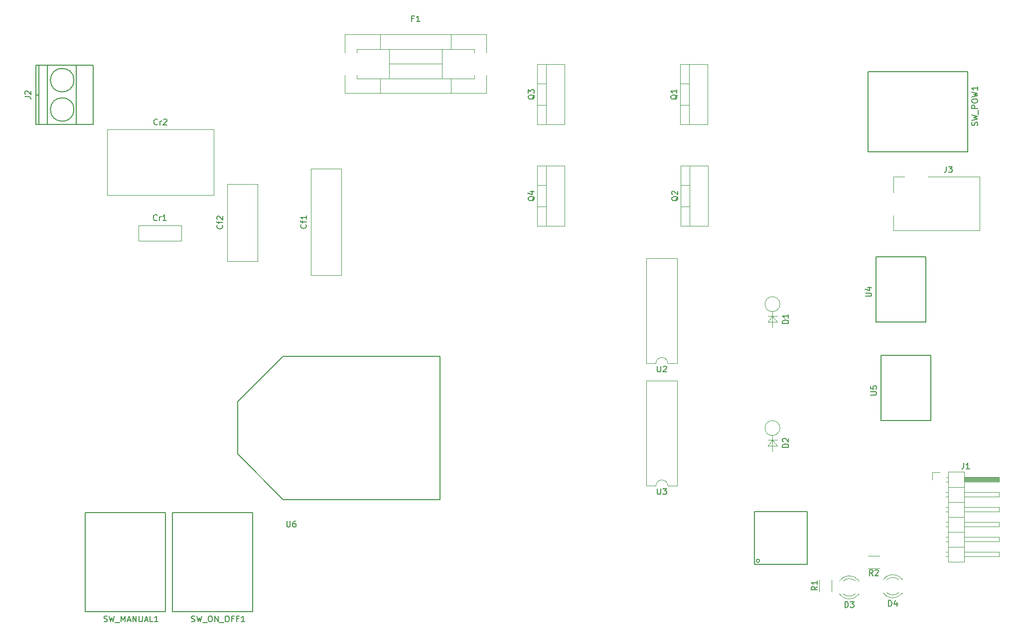
<source format=gbr>
G04 #@! TF.FileFunction,Legend,Top*
%FSLAX46Y46*%
G04 Gerber Fmt 4.6, Leading zero omitted, Abs format (unit mm)*
G04 Created by KiCad (PCBNEW 4.0.6) date 10/19/17 19:30:53*
%MOMM*%
%LPD*%
G01*
G04 APERTURE LIST*
%ADD10C,0.100000*%
%ADD11C,0.120000*%
%ADD12C,0.150000*%
G04 APERTURE END LIST*
D10*
D11*
X133203000Y-89190000D02*
X133203000Y-71070000D01*
X138323000Y-89190000D02*
X138323000Y-71070000D01*
X133203000Y-89190000D02*
X138323000Y-89190000D01*
X133203000Y-71070000D02*
X138323000Y-71070000D01*
X118979000Y-86777000D02*
X118979000Y-73657000D01*
X124099000Y-86777000D02*
X124099000Y-73657000D01*
X118979000Y-86777000D02*
X124099000Y-86777000D01*
X118979000Y-73657000D02*
X124099000Y-73657000D01*
X98516000Y-64417000D02*
X116636000Y-64417000D01*
X98516000Y-75537000D02*
X116636000Y-75537000D01*
X98516000Y-64417000D02*
X98516000Y-75537000D01*
X116636000Y-64417000D02*
X116636000Y-75537000D01*
X211582000Y-95373371D02*
X211582000Y-98087000D01*
X212382000Y-96113667D02*
X210782000Y-96113667D01*
X211582000Y-96113667D02*
X212382000Y-97180333D01*
X212382000Y-97180333D02*
X210782000Y-97180333D01*
X210782000Y-97180333D02*
X211582000Y-96113667D01*
X212848371Y-94107000D02*
G75*
G03X212848371Y-94107000I-1266371J0D01*
G01*
X211582000Y-116455371D02*
X211582000Y-119169000D01*
X212382000Y-117195667D02*
X210782000Y-117195667D01*
X211582000Y-117195667D02*
X212382000Y-118262333D01*
X212382000Y-118262333D02*
X210782000Y-118262333D01*
X210782000Y-118262333D02*
X211582000Y-117195667D01*
X212848371Y-115189000D02*
G75*
G03X212848371Y-115189000I-1266371J0D01*
G01*
X241470000Y-122622000D02*
X241470000Y-137982000D01*
X241470000Y-137982000D02*
X244130000Y-137982000D01*
X244130000Y-137982000D02*
X244130000Y-122622000D01*
X244130000Y-122622000D02*
X241470000Y-122622000D01*
X244130000Y-123572000D02*
X250130000Y-123572000D01*
X250130000Y-123572000D02*
X250130000Y-124332000D01*
X250130000Y-124332000D02*
X244130000Y-124332000D01*
X244130000Y-123632000D02*
X250130000Y-123632000D01*
X244130000Y-123752000D02*
X250130000Y-123752000D01*
X244130000Y-123872000D02*
X250130000Y-123872000D01*
X244130000Y-123992000D02*
X250130000Y-123992000D01*
X244130000Y-124112000D02*
X250130000Y-124112000D01*
X244130000Y-124232000D02*
X250130000Y-124232000D01*
X241140000Y-123572000D02*
X241470000Y-123572000D01*
X241140000Y-124332000D02*
X241470000Y-124332000D01*
X241470000Y-125222000D02*
X244130000Y-125222000D01*
X244130000Y-126112000D02*
X250130000Y-126112000D01*
X250130000Y-126112000D02*
X250130000Y-126872000D01*
X250130000Y-126872000D02*
X244130000Y-126872000D01*
X241072929Y-126112000D02*
X241470000Y-126112000D01*
X241072929Y-126872000D02*
X241470000Y-126872000D01*
X241470000Y-127762000D02*
X244130000Y-127762000D01*
X244130000Y-128652000D02*
X250130000Y-128652000D01*
X250130000Y-128652000D02*
X250130000Y-129412000D01*
X250130000Y-129412000D02*
X244130000Y-129412000D01*
X241072929Y-128652000D02*
X241470000Y-128652000D01*
X241072929Y-129412000D02*
X241470000Y-129412000D01*
X241470000Y-130302000D02*
X244130000Y-130302000D01*
X244130000Y-131192000D02*
X250130000Y-131192000D01*
X250130000Y-131192000D02*
X250130000Y-131952000D01*
X250130000Y-131952000D02*
X244130000Y-131952000D01*
X241072929Y-131192000D02*
X241470000Y-131192000D01*
X241072929Y-131952000D02*
X241470000Y-131952000D01*
X241470000Y-132842000D02*
X244130000Y-132842000D01*
X244130000Y-133732000D02*
X250130000Y-133732000D01*
X250130000Y-133732000D02*
X250130000Y-134492000D01*
X250130000Y-134492000D02*
X244130000Y-134492000D01*
X241072929Y-133732000D02*
X241470000Y-133732000D01*
X241072929Y-134492000D02*
X241470000Y-134492000D01*
X241470000Y-135382000D02*
X244130000Y-135382000D01*
X244130000Y-136272000D02*
X250130000Y-136272000D01*
X250130000Y-136272000D02*
X250130000Y-137032000D01*
X250130000Y-137032000D02*
X244130000Y-137032000D01*
X241072929Y-136272000D02*
X241470000Y-136272000D01*
X241072929Y-137032000D02*
X241470000Y-137032000D01*
X238760000Y-123952000D02*
X238760000Y-122682000D01*
X238760000Y-122682000D02*
X240030000Y-122682000D01*
D12*
X86900000Y-58500000D02*
X86400000Y-58500000D01*
X92900000Y-61000000D02*
G75*
G03X92900000Y-61000000I-2000000J0D01*
G01*
X92900000Y-56000000D02*
G75*
G03X92900000Y-56000000I-2000000J0D01*
G01*
X88400000Y-53500000D02*
X88400000Y-63500000D01*
X93300000Y-53500000D02*
X93300000Y-63500000D01*
X86900000Y-53500000D02*
X86900000Y-63500000D01*
X86400000Y-53500000D02*
X86400000Y-63500000D01*
X86400000Y-63500000D02*
X96200000Y-63500000D01*
X96200000Y-63500000D02*
X96200000Y-53500000D01*
X96200000Y-53500000D02*
X86400000Y-53500000D01*
D11*
X195881000Y-63540000D02*
X195881000Y-53300000D01*
X200522000Y-63540000D02*
X200522000Y-53300000D01*
X195881000Y-63540000D02*
X200522000Y-63540000D01*
X195881000Y-53300000D02*
X200522000Y-53300000D01*
X197391000Y-63540000D02*
X197391000Y-53300000D01*
X195881000Y-60270000D02*
X197391000Y-60270000D01*
X195881000Y-56569000D02*
X197391000Y-56569000D01*
X196008000Y-80812000D02*
X196008000Y-70572000D01*
X200649000Y-80812000D02*
X200649000Y-70572000D01*
X196008000Y-80812000D02*
X200649000Y-80812000D01*
X196008000Y-70572000D02*
X200649000Y-70572000D01*
X197518000Y-80812000D02*
X197518000Y-70572000D01*
X196008000Y-77542000D02*
X197518000Y-77542000D01*
X196008000Y-73841000D02*
X197518000Y-73841000D01*
X171624000Y-63540000D02*
X171624000Y-53300000D01*
X176265000Y-63540000D02*
X176265000Y-53300000D01*
X171624000Y-63540000D02*
X176265000Y-63540000D01*
X171624000Y-53300000D02*
X176265000Y-53300000D01*
X173134000Y-63540000D02*
X173134000Y-53300000D01*
X171624000Y-60270000D02*
X173134000Y-60270000D01*
X171624000Y-56569000D02*
X173134000Y-56569000D01*
X171624000Y-80812000D02*
X171624000Y-70572000D01*
X176265000Y-80812000D02*
X176265000Y-70572000D01*
X171624000Y-80812000D02*
X176265000Y-80812000D01*
X171624000Y-70572000D02*
X176265000Y-70572000D01*
X173134000Y-80812000D02*
X173134000Y-70572000D01*
X171624000Y-77542000D02*
X173134000Y-77542000D01*
X171624000Y-73841000D02*
X173134000Y-73841000D01*
D12*
X209398843Y-137773000D02*
G75*
G03X209398843Y-137773000I-282843J0D01*
G01*
X208516000Y-138373000D02*
X208516000Y-129373000D01*
X208516000Y-129373000D02*
X217516000Y-129373000D01*
X217516000Y-129373000D02*
X217516000Y-138373000D01*
X217516000Y-138373000D02*
X208516000Y-138373000D01*
D11*
X191786000Y-104200000D02*
G75*
G02X193786000Y-104200000I1000000J0D01*
G01*
X193786000Y-104200000D02*
X195436000Y-104200000D01*
X195436000Y-104200000D02*
X195436000Y-86300000D01*
X195436000Y-86300000D02*
X190136000Y-86300000D01*
X190136000Y-86300000D02*
X190136000Y-104200000D01*
X190136000Y-104200000D02*
X191786000Y-104200000D01*
X191786000Y-125028000D02*
G75*
G02X193786000Y-125028000I1000000J0D01*
G01*
X193786000Y-125028000D02*
X195436000Y-125028000D01*
X195436000Y-125028000D02*
X195436000Y-107128000D01*
X195436000Y-107128000D02*
X190136000Y-107128000D01*
X190136000Y-107128000D02*
X190136000Y-125028000D01*
X190136000Y-125028000D02*
X191786000Y-125028000D01*
D12*
X229140000Y-86022000D02*
X229140000Y-97182000D01*
X229140000Y-97182000D02*
X237640000Y-97182000D01*
X237640000Y-97182000D02*
X237640000Y-86022000D01*
X237640000Y-86022000D02*
X229140000Y-86022000D01*
X230000000Y-102790000D02*
X230000000Y-113950000D01*
X230000000Y-113950000D02*
X238500000Y-113950000D01*
X238500000Y-113950000D02*
X238500000Y-102790000D01*
X238500000Y-102790000D02*
X230000000Y-102790000D01*
X227841000Y-68158000D02*
X227841000Y-54569000D01*
X227841000Y-54569000D02*
X244732000Y-54569000D01*
X244732000Y-54569000D02*
X244732000Y-68158000D01*
X244732000Y-68158000D02*
X227841000Y-68158000D01*
D11*
X144954000Y-50713000D02*
X144954000Y-48213000D01*
X144954000Y-58213000D02*
X144954000Y-55713000D01*
X156954000Y-58213000D02*
X156954000Y-55713000D01*
X156954000Y-48213000D02*
X156954000Y-50713000D01*
X146454000Y-53213000D02*
X155454000Y-53213000D01*
X146454000Y-50713000D02*
X146454000Y-55713000D01*
X155454000Y-50713000D02*
X155454000Y-55713000D01*
X160954000Y-51313000D02*
X160954000Y-50713000D01*
X140954000Y-55113000D02*
X140954000Y-55713000D01*
X140954000Y-55713000D02*
X160954000Y-55713000D01*
X160954000Y-55713000D02*
X160954000Y-55113000D01*
X160954000Y-50713000D02*
X140954000Y-50713000D01*
X140954000Y-50713000D02*
X140954000Y-51313000D01*
X162954000Y-51313000D02*
X162954000Y-48213000D01*
X138954000Y-55113000D02*
X138954000Y-58213000D01*
X138954000Y-58213000D02*
X162954000Y-58213000D01*
X162954000Y-58213000D02*
X162954000Y-55113000D01*
X162954000Y-48213000D02*
X138954000Y-48213000D01*
X138954000Y-48213000D02*
X138954000Y-51313000D01*
X238000000Y-72400000D02*
X246800000Y-72400000D01*
X246800000Y-72400000D02*
X246800000Y-81600000D01*
X232100000Y-75100000D02*
X232100000Y-72400000D01*
X232100000Y-72400000D02*
X234000000Y-72400000D01*
X246800000Y-81600000D02*
X232100000Y-81600000D01*
X232100000Y-81600000D02*
X232100000Y-79000000D01*
X103840000Y-80690000D02*
X111160000Y-80690000D01*
X103840000Y-83310000D02*
X111160000Y-83310000D01*
X103840000Y-80690000D02*
X103840000Y-83310000D01*
X111160000Y-80690000D02*
X111160000Y-83310000D01*
D12*
X94842000Y-129541000D02*
X108431000Y-129541000D01*
X108431000Y-129541000D02*
X108431000Y-146432000D01*
X108431000Y-146432000D02*
X94842000Y-146432000D01*
X94842000Y-146432000D02*
X94842000Y-129541000D01*
X109642000Y-129541000D02*
X123231000Y-129541000D01*
X123231000Y-129541000D02*
X123231000Y-146432000D01*
X123231000Y-146432000D02*
X109642000Y-146432000D01*
X109642000Y-146432000D02*
X109642000Y-129541000D01*
X120680000Y-119620000D02*
X120680000Y-110720000D01*
X128430000Y-102970000D02*
X120680000Y-110720000D01*
X128430000Y-127370000D02*
X120680000Y-119620000D01*
X155100000Y-127370000D02*
X155100000Y-102970000D01*
X155100000Y-102970000D02*
X128430000Y-102970000D01*
X128430000Y-127370000D02*
X155100000Y-127370000D01*
D11*
X222957665Y-143378608D02*
G75*
G03X226190000Y-143535516I1672335J1078608D01*
G01*
X222957665Y-141221392D02*
G75*
G02X226190000Y-141064484I1672335J-1078608D01*
G01*
X223588870Y-143379837D02*
G75*
G03X225670961Y-143380000I1041130J1079837D01*
G01*
X223588870Y-141220163D02*
G75*
G02X225670961Y-141220000I1041130J-1079837D01*
G01*
X226190000Y-143536000D02*
X226190000Y-143380000D01*
X226190000Y-141220000D02*
X226190000Y-141064000D01*
X230357665Y-143178608D02*
G75*
G03X233590000Y-143335516I1672335J1078608D01*
G01*
X230357665Y-141021392D02*
G75*
G02X233590000Y-140864484I1672335J-1078608D01*
G01*
X230988870Y-143179837D02*
G75*
G03X233070961Y-143180000I1041130J1079837D01*
G01*
X230988870Y-141020163D02*
G75*
G02X233070961Y-141020000I1041130J-1079837D01*
G01*
X233590000Y-143336000D02*
X233590000Y-143180000D01*
X233590000Y-141020000D02*
X233590000Y-140864000D01*
X221670000Y-141000000D02*
X221670000Y-143000000D01*
X219530000Y-143000000D02*
X219530000Y-141000000D01*
X227800000Y-136930000D02*
X229800000Y-136930000D01*
X229800000Y-139070000D02*
X227800000Y-139070000D01*
D12*
X132310143Y-80582381D02*
X132357762Y-80630000D01*
X132405381Y-80772857D01*
X132405381Y-80868095D01*
X132357762Y-81010953D01*
X132262524Y-81106191D01*
X132167286Y-81153810D01*
X131976810Y-81201429D01*
X131833952Y-81201429D01*
X131643476Y-81153810D01*
X131548238Y-81106191D01*
X131453000Y-81010953D01*
X131405381Y-80868095D01*
X131405381Y-80772857D01*
X131453000Y-80630000D01*
X131500619Y-80582381D01*
X131738714Y-80296667D02*
X131738714Y-79915715D01*
X132405381Y-80153810D02*
X131548238Y-80153810D01*
X131453000Y-80106191D01*
X131405381Y-80010953D01*
X131405381Y-79915715D01*
X132405381Y-79058571D02*
X132405381Y-79630000D01*
X132405381Y-79344286D02*
X131405381Y-79344286D01*
X131548238Y-79439524D01*
X131643476Y-79534762D01*
X131691095Y-79630000D01*
X118086143Y-80669381D02*
X118133762Y-80717000D01*
X118181381Y-80859857D01*
X118181381Y-80955095D01*
X118133762Y-81097953D01*
X118038524Y-81193191D01*
X117943286Y-81240810D01*
X117752810Y-81288429D01*
X117609952Y-81288429D01*
X117419476Y-81240810D01*
X117324238Y-81193191D01*
X117229000Y-81097953D01*
X117181381Y-80955095D01*
X117181381Y-80859857D01*
X117229000Y-80717000D01*
X117276619Y-80669381D01*
X117514714Y-80383667D02*
X117514714Y-80002715D01*
X118181381Y-80240810D02*
X117324238Y-80240810D01*
X117229000Y-80193191D01*
X117181381Y-80097953D01*
X117181381Y-80002715D01*
X117276619Y-79717000D02*
X117229000Y-79669381D01*
X117181381Y-79574143D01*
X117181381Y-79336047D01*
X117229000Y-79240809D01*
X117276619Y-79193190D01*
X117371857Y-79145571D01*
X117467095Y-79145571D01*
X117609952Y-79193190D01*
X118181381Y-79764619D01*
X118181381Y-79145571D01*
X107099810Y-63524143D02*
X107052191Y-63571762D01*
X106909334Y-63619381D01*
X106814096Y-63619381D01*
X106671238Y-63571762D01*
X106576000Y-63476524D01*
X106528381Y-63381286D01*
X106480762Y-63190810D01*
X106480762Y-63047952D01*
X106528381Y-62857476D01*
X106576000Y-62762238D01*
X106671238Y-62667000D01*
X106814096Y-62619381D01*
X106909334Y-62619381D01*
X107052191Y-62667000D01*
X107099810Y-62714619D01*
X107528381Y-63619381D02*
X107528381Y-62952714D01*
X107528381Y-63143190D02*
X107576000Y-63047952D01*
X107623619Y-63000333D01*
X107718857Y-62952714D01*
X107814096Y-62952714D01*
X108099810Y-62714619D02*
X108147429Y-62667000D01*
X108242667Y-62619381D01*
X108480763Y-62619381D01*
X108576001Y-62667000D01*
X108623620Y-62714619D01*
X108671239Y-62809857D01*
X108671239Y-62905095D01*
X108623620Y-63047952D01*
X108052191Y-63619381D01*
X108671239Y-63619381D01*
X214300752Y-97385095D02*
X213300752Y-97385095D01*
X213300752Y-97147000D01*
X213348371Y-97004142D01*
X213443609Y-96908904D01*
X213538847Y-96861285D01*
X213729323Y-96813666D01*
X213872181Y-96813666D01*
X214062657Y-96861285D01*
X214157895Y-96908904D01*
X214253133Y-97004142D01*
X214300752Y-97147000D01*
X214300752Y-97385095D01*
X214300752Y-95861285D02*
X214300752Y-96432714D01*
X214300752Y-96147000D02*
X213300752Y-96147000D01*
X213443609Y-96242238D01*
X213538847Y-96337476D01*
X213586466Y-96432714D01*
X214300752Y-118467095D02*
X213300752Y-118467095D01*
X213300752Y-118229000D01*
X213348371Y-118086142D01*
X213443609Y-117990904D01*
X213538847Y-117943285D01*
X213729323Y-117895666D01*
X213872181Y-117895666D01*
X214062657Y-117943285D01*
X214157895Y-117990904D01*
X214253133Y-118086142D01*
X214300752Y-118229000D01*
X214300752Y-118467095D01*
X213395990Y-117514714D02*
X213348371Y-117467095D01*
X213300752Y-117371857D01*
X213300752Y-117133761D01*
X213348371Y-117038523D01*
X213395990Y-116990904D01*
X213491228Y-116943285D01*
X213586466Y-116943285D01*
X213729323Y-116990904D01*
X214300752Y-117562333D01*
X214300752Y-116943285D01*
X244081667Y-121134381D02*
X244081667Y-121848667D01*
X244034047Y-121991524D01*
X243938809Y-122086762D01*
X243795952Y-122134381D01*
X243700714Y-122134381D01*
X245081667Y-122134381D02*
X244510238Y-122134381D01*
X244795952Y-122134381D02*
X244795952Y-121134381D01*
X244700714Y-121277238D01*
X244605476Y-121372476D01*
X244510238Y-121420095D01*
X84552381Y-58833333D02*
X85266667Y-58833333D01*
X85409524Y-58880953D01*
X85504762Y-58976191D01*
X85552381Y-59119048D01*
X85552381Y-59214286D01*
X84647619Y-58404762D02*
X84600000Y-58357143D01*
X84552381Y-58261905D01*
X84552381Y-58023809D01*
X84600000Y-57928571D01*
X84647619Y-57880952D01*
X84742857Y-57833333D01*
X84838095Y-57833333D01*
X84980952Y-57880952D01*
X85552381Y-58452381D01*
X85552381Y-57833333D01*
X195428619Y-58515238D02*
X195381000Y-58610476D01*
X195285762Y-58705714D01*
X195142905Y-58848571D01*
X195095286Y-58943810D01*
X195095286Y-59039048D01*
X195333381Y-58991429D02*
X195285762Y-59086667D01*
X195190524Y-59181905D01*
X195000048Y-59229524D01*
X194666714Y-59229524D01*
X194476238Y-59181905D01*
X194381000Y-59086667D01*
X194333381Y-58991429D01*
X194333381Y-58800952D01*
X194381000Y-58705714D01*
X194476238Y-58610476D01*
X194666714Y-58562857D01*
X195000048Y-58562857D01*
X195190524Y-58610476D01*
X195285762Y-58705714D01*
X195333381Y-58800952D01*
X195333381Y-58991429D01*
X195333381Y-57610476D02*
X195333381Y-58181905D01*
X195333381Y-57896191D02*
X194333381Y-57896191D01*
X194476238Y-57991429D01*
X194571476Y-58086667D01*
X194619095Y-58181905D01*
X195555619Y-75787238D02*
X195508000Y-75882476D01*
X195412762Y-75977714D01*
X195269905Y-76120571D01*
X195222286Y-76215810D01*
X195222286Y-76311048D01*
X195460381Y-76263429D02*
X195412762Y-76358667D01*
X195317524Y-76453905D01*
X195127048Y-76501524D01*
X194793714Y-76501524D01*
X194603238Y-76453905D01*
X194508000Y-76358667D01*
X194460381Y-76263429D01*
X194460381Y-76072952D01*
X194508000Y-75977714D01*
X194603238Y-75882476D01*
X194793714Y-75834857D01*
X195127048Y-75834857D01*
X195317524Y-75882476D01*
X195412762Y-75977714D01*
X195460381Y-76072952D01*
X195460381Y-76263429D01*
X194555619Y-75453905D02*
X194508000Y-75406286D01*
X194460381Y-75311048D01*
X194460381Y-75072952D01*
X194508000Y-74977714D01*
X194555619Y-74930095D01*
X194650857Y-74882476D01*
X194746095Y-74882476D01*
X194888952Y-74930095D01*
X195460381Y-75501524D01*
X195460381Y-74882476D01*
X171171619Y-58515238D02*
X171124000Y-58610476D01*
X171028762Y-58705714D01*
X170885905Y-58848571D01*
X170838286Y-58943810D01*
X170838286Y-59039048D01*
X171076381Y-58991429D02*
X171028762Y-59086667D01*
X170933524Y-59181905D01*
X170743048Y-59229524D01*
X170409714Y-59229524D01*
X170219238Y-59181905D01*
X170124000Y-59086667D01*
X170076381Y-58991429D01*
X170076381Y-58800952D01*
X170124000Y-58705714D01*
X170219238Y-58610476D01*
X170409714Y-58562857D01*
X170743048Y-58562857D01*
X170933524Y-58610476D01*
X171028762Y-58705714D01*
X171076381Y-58800952D01*
X171076381Y-58991429D01*
X170076381Y-58229524D02*
X170076381Y-57610476D01*
X170457333Y-57943810D01*
X170457333Y-57800952D01*
X170504952Y-57705714D01*
X170552571Y-57658095D01*
X170647810Y-57610476D01*
X170885905Y-57610476D01*
X170981143Y-57658095D01*
X171028762Y-57705714D01*
X171076381Y-57800952D01*
X171076381Y-58086667D01*
X171028762Y-58181905D01*
X170981143Y-58229524D01*
X171171619Y-75787238D02*
X171124000Y-75882476D01*
X171028762Y-75977714D01*
X170885905Y-76120571D01*
X170838286Y-76215810D01*
X170838286Y-76311048D01*
X171076381Y-76263429D02*
X171028762Y-76358667D01*
X170933524Y-76453905D01*
X170743048Y-76501524D01*
X170409714Y-76501524D01*
X170219238Y-76453905D01*
X170124000Y-76358667D01*
X170076381Y-76263429D01*
X170076381Y-76072952D01*
X170124000Y-75977714D01*
X170219238Y-75882476D01*
X170409714Y-75834857D01*
X170743048Y-75834857D01*
X170933524Y-75882476D01*
X171028762Y-75977714D01*
X171076381Y-76072952D01*
X171076381Y-76263429D01*
X170409714Y-74977714D02*
X171076381Y-74977714D01*
X170028762Y-75215810D02*
X170743048Y-75453905D01*
X170743048Y-74834857D01*
X192024095Y-104652381D02*
X192024095Y-105461905D01*
X192071714Y-105557143D01*
X192119333Y-105604762D01*
X192214571Y-105652381D01*
X192405048Y-105652381D01*
X192500286Y-105604762D01*
X192547905Y-105557143D01*
X192595524Y-105461905D01*
X192595524Y-104652381D01*
X193024095Y-104747619D02*
X193071714Y-104700000D01*
X193166952Y-104652381D01*
X193405048Y-104652381D01*
X193500286Y-104700000D01*
X193547905Y-104747619D01*
X193595524Y-104842857D01*
X193595524Y-104938095D01*
X193547905Y-105080952D01*
X192976476Y-105652381D01*
X193595524Y-105652381D01*
X192024095Y-125480381D02*
X192024095Y-126289905D01*
X192071714Y-126385143D01*
X192119333Y-126432762D01*
X192214571Y-126480381D01*
X192405048Y-126480381D01*
X192500286Y-126432762D01*
X192547905Y-126385143D01*
X192595524Y-126289905D01*
X192595524Y-125480381D01*
X192976476Y-125480381D02*
X193595524Y-125480381D01*
X193262190Y-125861333D01*
X193405048Y-125861333D01*
X193500286Y-125908952D01*
X193547905Y-125956571D01*
X193595524Y-126051810D01*
X193595524Y-126289905D01*
X193547905Y-126385143D01*
X193500286Y-126432762D01*
X193405048Y-126480381D01*
X193119333Y-126480381D01*
X193024095Y-126432762D01*
X192976476Y-126385143D01*
X227392381Y-92783905D02*
X228201905Y-92783905D01*
X228297143Y-92736286D01*
X228344762Y-92688667D01*
X228392381Y-92593429D01*
X228392381Y-92402952D01*
X228344762Y-92307714D01*
X228297143Y-92260095D01*
X228201905Y-92212476D01*
X227392381Y-92212476D01*
X227725714Y-91307714D02*
X228392381Y-91307714D01*
X227344762Y-91545810D02*
X228059048Y-91783905D01*
X228059048Y-91164857D01*
X228252381Y-109551905D02*
X229061905Y-109551905D01*
X229157143Y-109504286D01*
X229204762Y-109456667D01*
X229252381Y-109361429D01*
X229252381Y-109170952D01*
X229204762Y-109075714D01*
X229157143Y-109028095D01*
X229061905Y-108980476D01*
X228252381Y-108980476D01*
X228252381Y-108028095D02*
X228252381Y-108504286D01*
X228728571Y-108551905D01*
X228680952Y-108504286D01*
X228633333Y-108409048D01*
X228633333Y-108170952D01*
X228680952Y-108075714D01*
X228728571Y-108028095D01*
X228823810Y-107980476D01*
X229061905Y-107980476D01*
X229157143Y-108028095D01*
X229204762Y-108075714D01*
X229252381Y-108170952D01*
X229252381Y-108409048D01*
X229204762Y-108504286D01*
X229157143Y-108551905D01*
X246406762Y-63720524D02*
X246454381Y-63577667D01*
X246454381Y-63339571D01*
X246406762Y-63244333D01*
X246359143Y-63196714D01*
X246263905Y-63149095D01*
X246168667Y-63149095D01*
X246073429Y-63196714D01*
X246025810Y-63244333D01*
X245978190Y-63339571D01*
X245930571Y-63530048D01*
X245882952Y-63625286D01*
X245835333Y-63672905D01*
X245740095Y-63720524D01*
X245644857Y-63720524D01*
X245549619Y-63672905D01*
X245502000Y-63625286D01*
X245454381Y-63530048D01*
X245454381Y-63291952D01*
X245502000Y-63149095D01*
X245454381Y-62815762D02*
X246454381Y-62577667D01*
X245740095Y-62387190D01*
X246454381Y-62196714D01*
X245454381Y-61958619D01*
X246549619Y-61815762D02*
X246549619Y-61053857D01*
X246454381Y-60815762D02*
X245454381Y-60815762D01*
X245454381Y-60434809D01*
X245502000Y-60339571D01*
X245549619Y-60291952D01*
X245644857Y-60244333D01*
X245787714Y-60244333D01*
X245882952Y-60291952D01*
X245930571Y-60339571D01*
X245978190Y-60434809D01*
X245978190Y-60815762D01*
X245454381Y-59625286D02*
X245454381Y-59434809D01*
X245502000Y-59339571D01*
X245597238Y-59244333D01*
X245787714Y-59196714D01*
X246121048Y-59196714D01*
X246311524Y-59244333D01*
X246406762Y-59339571D01*
X246454381Y-59434809D01*
X246454381Y-59625286D01*
X246406762Y-59720524D01*
X246311524Y-59815762D01*
X246121048Y-59863381D01*
X245787714Y-59863381D01*
X245597238Y-59815762D01*
X245502000Y-59720524D01*
X245454381Y-59625286D01*
X245454381Y-58863381D02*
X246454381Y-58625286D01*
X245740095Y-58434809D01*
X246454381Y-58244333D01*
X245454381Y-58006238D01*
X246454381Y-57101476D02*
X246454381Y-57672905D01*
X246454381Y-57387191D02*
X245454381Y-57387191D01*
X245597238Y-57482429D01*
X245692476Y-57577667D01*
X245740095Y-57672905D01*
X150620667Y-45521571D02*
X150287333Y-45521571D01*
X150287333Y-46045381D02*
X150287333Y-45045381D01*
X150763524Y-45045381D01*
X151668286Y-46045381D02*
X151096857Y-46045381D01*
X151382571Y-46045381D02*
X151382571Y-45045381D01*
X151287333Y-45188238D01*
X151192095Y-45283476D01*
X151096857Y-45331095D01*
X241116667Y-70702381D02*
X241116667Y-71416667D01*
X241069047Y-71559524D01*
X240973809Y-71654762D01*
X240830952Y-71702381D01*
X240735714Y-71702381D01*
X241497619Y-70702381D02*
X242116667Y-70702381D01*
X241783333Y-71083333D01*
X241926191Y-71083333D01*
X242021429Y-71130952D01*
X242069048Y-71178571D01*
X242116667Y-71273810D01*
X242116667Y-71511905D01*
X242069048Y-71607143D01*
X242021429Y-71654762D01*
X241926191Y-71702381D01*
X241640476Y-71702381D01*
X241545238Y-71654762D01*
X241497619Y-71607143D01*
X107023810Y-79797143D02*
X106976191Y-79844762D01*
X106833334Y-79892381D01*
X106738096Y-79892381D01*
X106595238Y-79844762D01*
X106500000Y-79749524D01*
X106452381Y-79654286D01*
X106404762Y-79463810D01*
X106404762Y-79320952D01*
X106452381Y-79130476D01*
X106500000Y-79035238D01*
X106595238Y-78940000D01*
X106738096Y-78892381D01*
X106833334Y-78892381D01*
X106976191Y-78940000D01*
X107023810Y-78987619D01*
X107452381Y-79892381D02*
X107452381Y-79225714D01*
X107452381Y-79416190D02*
X107500000Y-79320952D01*
X107547619Y-79273333D01*
X107642857Y-79225714D01*
X107738096Y-79225714D01*
X108595239Y-79892381D02*
X108023810Y-79892381D01*
X108309524Y-79892381D02*
X108309524Y-78892381D01*
X108214286Y-79035238D01*
X108119048Y-79130476D01*
X108023810Y-79178095D01*
X97993762Y-148106762D02*
X98136619Y-148154381D01*
X98374715Y-148154381D01*
X98469953Y-148106762D01*
X98517572Y-148059143D01*
X98565191Y-147963905D01*
X98565191Y-147868667D01*
X98517572Y-147773429D01*
X98469953Y-147725810D01*
X98374715Y-147678190D01*
X98184238Y-147630571D01*
X98089000Y-147582952D01*
X98041381Y-147535333D01*
X97993762Y-147440095D01*
X97993762Y-147344857D01*
X98041381Y-147249619D01*
X98089000Y-147202000D01*
X98184238Y-147154381D01*
X98422334Y-147154381D01*
X98565191Y-147202000D01*
X98898524Y-147154381D02*
X99136619Y-148154381D01*
X99327096Y-147440095D01*
X99517572Y-148154381D01*
X99755667Y-147154381D01*
X99898524Y-148249619D02*
X100660429Y-148249619D01*
X100898524Y-148154381D02*
X100898524Y-147154381D01*
X101231858Y-147868667D01*
X101565191Y-147154381D01*
X101565191Y-148154381D01*
X101993762Y-147868667D02*
X102469953Y-147868667D01*
X101898524Y-148154381D02*
X102231857Y-147154381D01*
X102565191Y-148154381D01*
X102898524Y-148154381D02*
X102898524Y-147154381D01*
X103469953Y-148154381D01*
X103469953Y-147154381D01*
X103946143Y-147154381D02*
X103946143Y-147963905D01*
X103993762Y-148059143D01*
X104041381Y-148106762D01*
X104136619Y-148154381D01*
X104327096Y-148154381D01*
X104422334Y-148106762D01*
X104469953Y-148059143D01*
X104517572Y-147963905D01*
X104517572Y-147154381D01*
X104946143Y-147868667D02*
X105422334Y-147868667D01*
X104850905Y-148154381D02*
X105184238Y-147154381D01*
X105517572Y-148154381D01*
X106327096Y-148154381D02*
X105850905Y-148154381D01*
X105850905Y-147154381D01*
X107184239Y-148154381D02*
X106612810Y-148154381D01*
X106898524Y-148154381D02*
X106898524Y-147154381D01*
X106803286Y-147297238D01*
X106708048Y-147392476D01*
X106612810Y-147440095D01*
X112865190Y-148106762D02*
X113008047Y-148154381D01*
X113246143Y-148154381D01*
X113341381Y-148106762D01*
X113389000Y-148059143D01*
X113436619Y-147963905D01*
X113436619Y-147868667D01*
X113389000Y-147773429D01*
X113341381Y-147725810D01*
X113246143Y-147678190D01*
X113055666Y-147630571D01*
X112960428Y-147582952D01*
X112912809Y-147535333D01*
X112865190Y-147440095D01*
X112865190Y-147344857D01*
X112912809Y-147249619D01*
X112960428Y-147202000D01*
X113055666Y-147154381D01*
X113293762Y-147154381D01*
X113436619Y-147202000D01*
X113769952Y-147154381D02*
X114008047Y-148154381D01*
X114198524Y-147440095D01*
X114389000Y-148154381D01*
X114627095Y-147154381D01*
X114769952Y-148249619D02*
X115531857Y-148249619D01*
X115960428Y-147154381D02*
X116150905Y-147154381D01*
X116246143Y-147202000D01*
X116341381Y-147297238D01*
X116389000Y-147487714D01*
X116389000Y-147821048D01*
X116341381Y-148011524D01*
X116246143Y-148106762D01*
X116150905Y-148154381D01*
X115960428Y-148154381D01*
X115865190Y-148106762D01*
X115769952Y-148011524D01*
X115722333Y-147821048D01*
X115722333Y-147487714D01*
X115769952Y-147297238D01*
X115865190Y-147202000D01*
X115960428Y-147154381D01*
X116817571Y-148154381D02*
X116817571Y-147154381D01*
X117389000Y-148154381D01*
X117389000Y-147154381D01*
X117627095Y-148249619D02*
X118389000Y-148249619D01*
X118817571Y-147154381D02*
X119008048Y-147154381D01*
X119103286Y-147202000D01*
X119198524Y-147297238D01*
X119246143Y-147487714D01*
X119246143Y-147821048D01*
X119198524Y-148011524D01*
X119103286Y-148106762D01*
X119008048Y-148154381D01*
X118817571Y-148154381D01*
X118722333Y-148106762D01*
X118627095Y-148011524D01*
X118579476Y-147821048D01*
X118579476Y-147487714D01*
X118627095Y-147297238D01*
X118722333Y-147202000D01*
X118817571Y-147154381D01*
X120008048Y-147630571D02*
X119674714Y-147630571D01*
X119674714Y-148154381D02*
X119674714Y-147154381D01*
X120150905Y-147154381D01*
X120865191Y-147630571D02*
X120531857Y-147630571D01*
X120531857Y-148154381D02*
X120531857Y-147154381D01*
X121008048Y-147154381D01*
X121912810Y-148154381D02*
X121341381Y-148154381D01*
X121627095Y-148154381D02*
X121627095Y-147154381D01*
X121531857Y-147297238D01*
X121436619Y-147392476D01*
X121341381Y-147440095D01*
X129065095Y-131013381D02*
X129065095Y-131822905D01*
X129112714Y-131918143D01*
X129160333Y-131965762D01*
X129255571Y-132013381D01*
X129446048Y-132013381D01*
X129541286Y-131965762D01*
X129588905Y-131918143D01*
X129636524Y-131822905D01*
X129636524Y-131013381D01*
X130541286Y-131013381D02*
X130350809Y-131013381D01*
X130255571Y-131061000D01*
X130207952Y-131108619D01*
X130112714Y-131251476D01*
X130065095Y-131441952D01*
X130065095Y-131822905D01*
X130112714Y-131918143D01*
X130160333Y-131965762D01*
X130255571Y-132013381D01*
X130446048Y-132013381D01*
X130541286Y-131965762D01*
X130588905Y-131918143D01*
X130636524Y-131822905D01*
X130636524Y-131584810D01*
X130588905Y-131489571D01*
X130541286Y-131441952D01*
X130446048Y-131394333D01*
X130255571Y-131394333D01*
X130160333Y-131441952D01*
X130112714Y-131489571D01*
X130065095Y-131584810D01*
X223891905Y-145712381D02*
X223891905Y-144712381D01*
X224130000Y-144712381D01*
X224272858Y-144760000D01*
X224368096Y-144855238D01*
X224415715Y-144950476D01*
X224463334Y-145140952D01*
X224463334Y-145283810D01*
X224415715Y-145474286D01*
X224368096Y-145569524D01*
X224272858Y-145664762D01*
X224130000Y-145712381D01*
X223891905Y-145712381D01*
X224796667Y-144712381D02*
X225415715Y-144712381D01*
X225082381Y-145093333D01*
X225225239Y-145093333D01*
X225320477Y-145140952D01*
X225368096Y-145188571D01*
X225415715Y-145283810D01*
X225415715Y-145521905D01*
X225368096Y-145617143D01*
X225320477Y-145664762D01*
X225225239Y-145712381D01*
X224939524Y-145712381D01*
X224844286Y-145664762D01*
X224796667Y-145617143D01*
X231291905Y-145512381D02*
X231291905Y-144512381D01*
X231530000Y-144512381D01*
X231672858Y-144560000D01*
X231768096Y-144655238D01*
X231815715Y-144750476D01*
X231863334Y-144940952D01*
X231863334Y-145083810D01*
X231815715Y-145274286D01*
X231768096Y-145369524D01*
X231672858Y-145464762D01*
X231530000Y-145512381D01*
X231291905Y-145512381D01*
X232720477Y-144845714D02*
X232720477Y-145512381D01*
X232482381Y-144464762D02*
X232244286Y-145179048D01*
X232863334Y-145179048D01*
X219202381Y-142166666D02*
X218726190Y-142500000D01*
X219202381Y-142738095D02*
X218202381Y-142738095D01*
X218202381Y-142357142D01*
X218250000Y-142261904D01*
X218297619Y-142214285D01*
X218392857Y-142166666D01*
X218535714Y-142166666D01*
X218630952Y-142214285D01*
X218678571Y-142261904D01*
X218726190Y-142357142D01*
X218726190Y-142738095D01*
X219202381Y-141214285D02*
X219202381Y-141785714D01*
X219202381Y-141500000D02*
X218202381Y-141500000D01*
X218345238Y-141595238D01*
X218440476Y-141690476D01*
X218488095Y-141785714D01*
X228633334Y-140302381D02*
X228300000Y-139826190D01*
X228061905Y-140302381D02*
X228061905Y-139302381D01*
X228442858Y-139302381D01*
X228538096Y-139350000D01*
X228585715Y-139397619D01*
X228633334Y-139492857D01*
X228633334Y-139635714D01*
X228585715Y-139730952D01*
X228538096Y-139778571D01*
X228442858Y-139826190D01*
X228061905Y-139826190D01*
X229014286Y-139397619D02*
X229061905Y-139350000D01*
X229157143Y-139302381D01*
X229395239Y-139302381D01*
X229490477Y-139350000D01*
X229538096Y-139397619D01*
X229585715Y-139492857D01*
X229585715Y-139588095D01*
X229538096Y-139730952D01*
X228966667Y-140302381D01*
X229585715Y-140302381D01*
M02*

</source>
